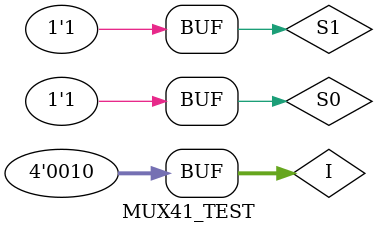
<source format=v>
`timescale 1ns / 1ps


module MUX41_TEST();

reg S1, S0; 
reg [3:0]I;

wire y;

MUX41 M1(y,I,S1,S0);

initial
begin
    I = 4'b0010;
    S1 = 1'b0; S0 = 1'b0;
    #20 S1 = 1'b0; S0 = 1'b1;
    #20 S1 = 1'b1; S0 = 1'b0;
    #20 S1 = 1'b1; S0 = 1'b1;
end
endmodule

</source>
